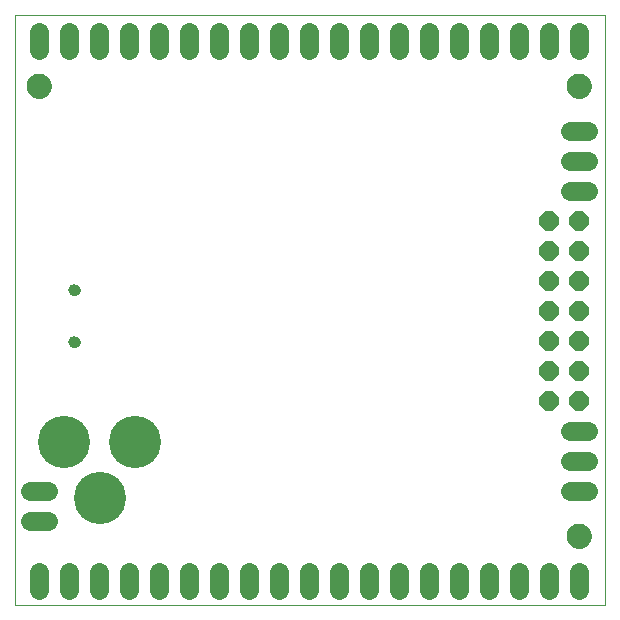
<source format=gbs>
G75*
G70*
%OFA0B0*%
%FSLAX24Y24*%
%IPPOS*%
%LPD*%
%AMOC8*
5,1,8,0,0,1.08239X$1,22.5*
%
%ADD10C,0.0000*%
%ADD11C,0.0827*%
%ADD12C,0.0640*%
%ADD13C,0.0394*%
%ADD14C,0.1740*%
%ADD15OC8,0.0640*%
D10*
X001875Y000107D02*
X001875Y019792D01*
X021560Y019792D01*
X021560Y000107D01*
X001875Y000107D01*
X003681Y008886D02*
X003683Y008912D01*
X003689Y008938D01*
X003699Y008963D01*
X003712Y008986D01*
X003728Y009006D01*
X003748Y009024D01*
X003770Y009039D01*
X003793Y009051D01*
X003819Y009059D01*
X003845Y009063D01*
X003871Y009063D01*
X003897Y009059D01*
X003923Y009051D01*
X003947Y009039D01*
X003968Y009024D01*
X003988Y009006D01*
X004004Y008986D01*
X004017Y008963D01*
X004027Y008938D01*
X004033Y008912D01*
X004035Y008886D01*
X004033Y008860D01*
X004027Y008834D01*
X004017Y008809D01*
X004004Y008786D01*
X003988Y008766D01*
X003968Y008748D01*
X003946Y008733D01*
X003923Y008721D01*
X003897Y008713D01*
X003871Y008709D01*
X003845Y008709D01*
X003819Y008713D01*
X003793Y008721D01*
X003769Y008733D01*
X003748Y008748D01*
X003728Y008766D01*
X003712Y008786D01*
X003699Y008809D01*
X003689Y008834D01*
X003683Y008860D01*
X003681Y008886D01*
X003681Y010619D02*
X003683Y010645D01*
X003689Y010671D01*
X003699Y010696D01*
X003712Y010719D01*
X003728Y010739D01*
X003748Y010757D01*
X003770Y010772D01*
X003793Y010784D01*
X003819Y010792D01*
X003845Y010796D01*
X003871Y010796D01*
X003897Y010792D01*
X003923Y010784D01*
X003947Y010772D01*
X003968Y010757D01*
X003988Y010739D01*
X004004Y010719D01*
X004017Y010696D01*
X004027Y010671D01*
X004033Y010645D01*
X004035Y010619D01*
X004033Y010593D01*
X004027Y010567D01*
X004017Y010542D01*
X004004Y010519D01*
X003988Y010499D01*
X003968Y010481D01*
X003946Y010466D01*
X003923Y010454D01*
X003897Y010446D01*
X003871Y010442D01*
X003845Y010442D01*
X003819Y010446D01*
X003793Y010454D01*
X003769Y010466D01*
X003748Y010481D01*
X003728Y010499D01*
X003712Y010519D01*
X003699Y010542D01*
X003689Y010567D01*
X003683Y010593D01*
X003681Y010619D01*
X002284Y017410D02*
X002286Y017449D01*
X002292Y017488D01*
X002302Y017526D01*
X002315Y017563D01*
X002332Y017598D01*
X002352Y017632D01*
X002376Y017663D01*
X002403Y017692D01*
X002432Y017718D01*
X002464Y017741D01*
X002498Y017761D01*
X002534Y017777D01*
X002571Y017789D01*
X002610Y017798D01*
X002649Y017803D01*
X002688Y017804D01*
X002727Y017801D01*
X002766Y017794D01*
X002803Y017783D01*
X002840Y017769D01*
X002875Y017751D01*
X002908Y017730D01*
X002939Y017705D01*
X002967Y017678D01*
X002992Y017648D01*
X003014Y017615D01*
X003033Y017581D01*
X003048Y017545D01*
X003060Y017507D01*
X003068Y017469D01*
X003072Y017430D01*
X003072Y017390D01*
X003068Y017351D01*
X003060Y017313D01*
X003048Y017275D01*
X003033Y017239D01*
X003014Y017205D01*
X002992Y017172D01*
X002967Y017142D01*
X002939Y017115D01*
X002908Y017090D01*
X002875Y017069D01*
X002840Y017051D01*
X002803Y017037D01*
X002766Y017026D01*
X002727Y017019D01*
X002688Y017016D01*
X002649Y017017D01*
X002610Y017022D01*
X002571Y017031D01*
X002534Y017043D01*
X002498Y017059D01*
X002464Y017079D01*
X002432Y017102D01*
X002403Y017128D01*
X002376Y017157D01*
X002352Y017188D01*
X002332Y017222D01*
X002315Y017257D01*
X002302Y017294D01*
X002292Y017332D01*
X002286Y017371D01*
X002284Y017410D01*
X020284Y017410D02*
X020286Y017449D01*
X020292Y017488D01*
X020302Y017526D01*
X020315Y017563D01*
X020332Y017598D01*
X020352Y017632D01*
X020376Y017663D01*
X020403Y017692D01*
X020432Y017718D01*
X020464Y017741D01*
X020498Y017761D01*
X020534Y017777D01*
X020571Y017789D01*
X020610Y017798D01*
X020649Y017803D01*
X020688Y017804D01*
X020727Y017801D01*
X020766Y017794D01*
X020803Y017783D01*
X020840Y017769D01*
X020875Y017751D01*
X020908Y017730D01*
X020939Y017705D01*
X020967Y017678D01*
X020992Y017648D01*
X021014Y017615D01*
X021033Y017581D01*
X021048Y017545D01*
X021060Y017507D01*
X021068Y017469D01*
X021072Y017430D01*
X021072Y017390D01*
X021068Y017351D01*
X021060Y017313D01*
X021048Y017275D01*
X021033Y017239D01*
X021014Y017205D01*
X020992Y017172D01*
X020967Y017142D01*
X020939Y017115D01*
X020908Y017090D01*
X020875Y017069D01*
X020840Y017051D01*
X020803Y017037D01*
X020766Y017026D01*
X020727Y017019D01*
X020688Y017016D01*
X020649Y017017D01*
X020610Y017022D01*
X020571Y017031D01*
X020534Y017043D01*
X020498Y017059D01*
X020464Y017079D01*
X020432Y017102D01*
X020403Y017128D01*
X020376Y017157D01*
X020352Y017188D01*
X020332Y017222D01*
X020315Y017257D01*
X020302Y017294D01*
X020292Y017332D01*
X020286Y017371D01*
X020284Y017410D01*
X020284Y002410D02*
X020286Y002449D01*
X020292Y002488D01*
X020302Y002526D01*
X020315Y002563D01*
X020332Y002598D01*
X020352Y002632D01*
X020376Y002663D01*
X020403Y002692D01*
X020432Y002718D01*
X020464Y002741D01*
X020498Y002761D01*
X020534Y002777D01*
X020571Y002789D01*
X020610Y002798D01*
X020649Y002803D01*
X020688Y002804D01*
X020727Y002801D01*
X020766Y002794D01*
X020803Y002783D01*
X020840Y002769D01*
X020875Y002751D01*
X020908Y002730D01*
X020939Y002705D01*
X020967Y002678D01*
X020992Y002648D01*
X021014Y002615D01*
X021033Y002581D01*
X021048Y002545D01*
X021060Y002507D01*
X021068Y002469D01*
X021072Y002430D01*
X021072Y002390D01*
X021068Y002351D01*
X021060Y002313D01*
X021048Y002275D01*
X021033Y002239D01*
X021014Y002205D01*
X020992Y002172D01*
X020967Y002142D01*
X020939Y002115D01*
X020908Y002090D01*
X020875Y002069D01*
X020840Y002051D01*
X020803Y002037D01*
X020766Y002026D01*
X020727Y002019D01*
X020688Y002016D01*
X020649Y002017D01*
X020610Y002022D01*
X020571Y002031D01*
X020534Y002043D01*
X020498Y002059D01*
X020464Y002079D01*
X020432Y002102D01*
X020403Y002128D01*
X020376Y002157D01*
X020352Y002188D01*
X020332Y002222D01*
X020315Y002257D01*
X020302Y002294D01*
X020292Y002332D01*
X020286Y002371D01*
X020284Y002410D01*
D11*
X020678Y002410D03*
X020678Y017410D03*
X002678Y017410D03*
D12*
X002678Y018610D02*
X002678Y019210D01*
X003678Y019210D02*
X003678Y018610D01*
X004678Y018610D02*
X004678Y019210D01*
X005678Y019210D02*
X005678Y018610D01*
X006678Y018610D02*
X006678Y019210D01*
X007678Y019210D02*
X007678Y018610D01*
X008678Y018610D02*
X008678Y019210D01*
X009678Y019210D02*
X009678Y018610D01*
X010678Y018610D02*
X010678Y019210D01*
X011678Y019210D02*
X011678Y018610D01*
X012678Y018610D02*
X012678Y019210D01*
X013678Y019210D02*
X013678Y018610D01*
X014678Y018610D02*
X014678Y019210D01*
X015678Y019210D02*
X015678Y018610D01*
X016678Y018610D02*
X016678Y019210D01*
X017678Y019210D02*
X017678Y018610D01*
X018678Y018610D02*
X018678Y019210D01*
X019678Y019210D02*
X019678Y018610D01*
X020678Y018610D02*
X020678Y019210D01*
X020978Y015910D02*
X020378Y015910D01*
X020378Y014910D02*
X020978Y014910D01*
X020978Y013910D02*
X020378Y013910D01*
X020378Y005910D02*
X020978Y005910D01*
X020978Y004910D02*
X020378Y004910D01*
X020378Y003910D02*
X020978Y003910D01*
X020678Y001210D02*
X020678Y000610D01*
X019678Y000610D02*
X019678Y001210D01*
X018678Y001210D02*
X018678Y000610D01*
X017678Y000610D02*
X017678Y001210D01*
X016678Y001210D02*
X016678Y000610D01*
X015678Y000610D02*
X015678Y001210D01*
X014678Y001210D02*
X014678Y000610D01*
X013678Y000610D02*
X013678Y001210D01*
X012678Y001210D02*
X012678Y000610D01*
X011678Y000610D02*
X011678Y001210D01*
X010678Y001210D02*
X010678Y000610D01*
X009678Y000610D02*
X009678Y001210D01*
X008678Y001210D02*
X008678Y000610D01*
X007678Y000610D02*
X007678Y001210D01*
X006678Y001210D02*
X006678Y000610D01*
X005678Y000610D02*
X005678Y001210D01*
X004678Y001210D02*
X004678Y000610D01*
X003678Y000610D02*
X003678Y001210D01*
X002678Y001210D02*
X002678Y000610D01*
X002978Y002910D02*
X002378Y002910D01*
X002378Y003910D02*
X002978Y003910D01*
D13*
X003858Y008886D03*
X003858Y010619D03*
D14*
X003531Y005535D03*
X004713Y003685D03*
X005894Y005535D03*
D15*
X019678Y006910D03*
X019678Y007910D03*
X019678Y008910D03*
X019678Y009910D03*
X019678Y010910D03*
X019678Y011910D03*
X019678Y012910D03*
X020678Y012910D03*
X020678Y011910D03*
X020678Y010910D03*
X020678Y009910D03*
X020678Y008910D03*
X020678Y007910D03*
X020678Y006910D03*
M02*

</source>
